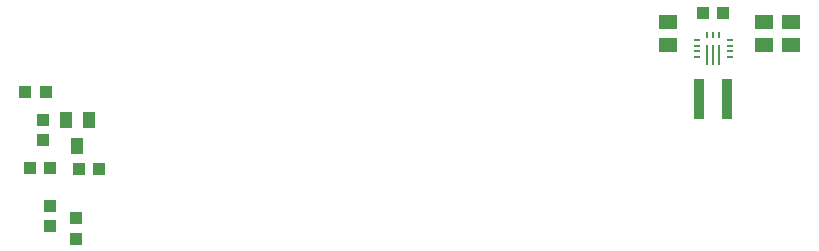
<source format=gbp>
G75*
%MOIN*%
%OFA0B0*%
%FSLAX25Y25*%
%IPPOS*%
%LPD*%
%AMOC8*
5,1,8,0,0,1.08239X$1,22.5*
%
%ADD10R,0.00900X0.07000*%
%ADD11R,0.02400X0.00900*%
%ADD12R,0.00900X0.02400*%
%ADD13R,0.05906X0.05118*%
%ADD14R,0.03937X0.04331*%
%ADD15R,0.03800X0.13200*%
%ADD16R,0.03937X0.05512*%
%ADD17R,0.04331X0.03937*%
D10*
X0270174Y0135302D03*
X0272103Y0135302D03*
X0274032Y0135302D03*
D11*
X0277615Y0134534D03*
X0277615Y0136502D03*
X0277615Y0138471D03*
X0277615Y0140439D03*
X0266591Y0140439D03*
X0266591Y0138471D03*
X0266591Y0136502D03*
X0266591Y0134534D03*
D12*
X0270134Y0142014D03*
X0272103Y0142014D03*
X0274071Y0142014D03*
D13*
X0289071Y0138746D03*
X0298087Y0138746D03*
X0298087Y0146227D03*
X0289071Y0146227D03*
X0257103Y0146227D03*
X0257103Y0138746D03*
D14*
X0059780Y0074140D03*
X0059780Y0080833D03*
X0051000Y0078432D03*
X0051000Y0085124D03*
X0051158Y0097605D03*
X0044465Y0097605D03*
X0060843Y0097329D03*
X0067536Y0097329D03*
X0049544Y0123038D03*
X0042851Y0123038D03*
X0268756Y0149455D03*
X0275449Y0149455D03*
D15*
X0276753Y0120518D03*
X0267453Y0120518D03*
D16*
X0063914Y0113707D03*
X0056434Y0113707D03*
X0060174Y0105046D03*
D17*
X0048560Y0107014D03*
X0048560Y0113707D03*
M02*

</source>
